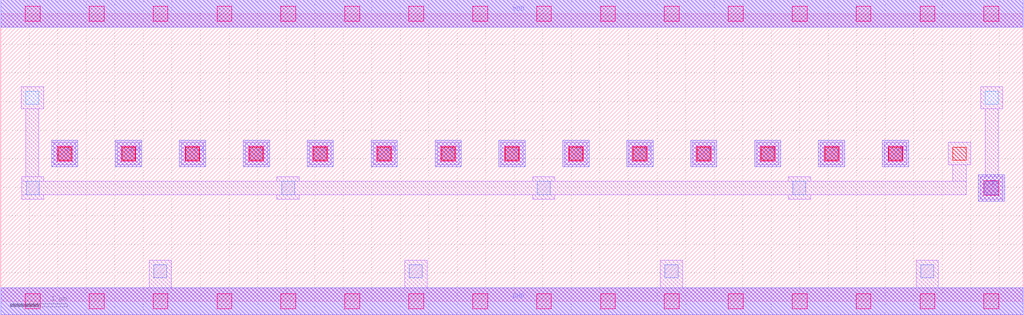
<source format=lef>
MACRO MUX7
 CLASS CORE ;
 FOREIGN MUX7 0 0 ;
 SIZE 17.92 BY 5.04 ;
 ORIGIN 0 0 ;
 SYMMETRY X Y R90 ;
 SITE unit ;
  PIN VDD
   DIRECTION INOUT ;
   USE POWER ;
   SHAPE ABUTMENT ;
    PORT
     CLASS CORE ;
       LAYER met1 ;
        RECT 0.00000000 4.80000000 17.92000000 5.28000000 ;
       LAYER met2 ;
        RECT 0.00000000 4.80000000 17.92000000 5.28000000 ;
    END
  END VDD

  PIN GND
   DIRECTION INOUT ;
   USE POWER ;
   SHAPE ABUTMENT ;
    PORT
     CLASS CORE ;
       LAYER met1 ;
        RECT 0.00000000 -0.24000000 17.92000000 0.24000000 ;
       LAYER met2 ;
        RECT 0.00000000 -0.24000000 17.92000000 0.24000000 ;
    END
  END GND

  PIN Z
   DIRECTION INOUT ;
   USE SIGNAL ;
   SHAPE ABUTMENT ;
    PORT
     CLASS CORE ;
       LAYER met2 ;
        RECT 17.13000000 1.75500000 17.59000000 2.21500000 ;
    END
  END Z

  PIN IN1
   DIRECTION INOUT ;
   USE SIGNAL ;
   SHAPE ABUTMENT ;
    PORT
     CLASS CORE ;
       LAYER met2 ;
        RECT 15.45000000 2.35700000 15.91000000 2.81700000 ;
    END
  END IN1

  PIN S5
   DIRECTION INOUT ;
   USE SIGNAL ;
   SHAPE ABUTMENT ;
    PORT
     CLASS CORE ;
       LAYER met2 ;
        RECT 9.85000000 2.35700000 10.31000000 2.81700000 ;
    END
  END S5

  PIN IN2
   DIRECTION INOUT ;
   USE SIGNAL ;
   SHAPE ABUTMENT ;
    PORT
     CLASS CORE ;
       LAYER met2 ;
        RECT 3.13000000 2.35700000 3.59000000 2.81700000 ;
    END
  END IN2

  PIN S4
   DIRECTION INOUT ;
   USE SIGNAL ;
   SHAPE ABUTMENT ;
    PORT
     CLASS CORE ;
       LAYER met2 ;
        RECT 13.21000000 2.35700000 13.67000000 2.81700000 ;
    END
  END S4

  PIN S2
   DIRECTION INOUT ;
   USE SIGNAL ;
   SHAPE ABUTMENT ;
    PORT
     CLASS CORE ;
       LAYER met2 ;
        RECT 4.25000000 2.35700000 4.71000000 2.81700000 ;
    END
  END S2

  PIN IN5
   DIRECTION INOUT ;
   USE SIGNAL ;
   SHAPE ABUTMENT ;
    PORT
     CLASS CORE ;
       LAYER met2 ;
        RECT 10.97000000 2.35700000 11.43000000 2.81700000 ;
    END
  END IN5

  PIN S6
   DIRECTION INOUT ;
   USE SIGNAL ;
   SHAPE ABUTMENT ;
    PORT
     CLASS CORE ;
       LAYER met2 ;
        RECT 5.37000000 2.35700000 5.83000000 2.81700000 ;
    END
  END S6

  PIN IN6
   DIRECTION INOUT ;
   USE SIGNAL ;
   SHAPE ABUTMENT ;
    PORT
     CLASS CORE ;
       LAYER met2 ;
        RECT 6.49000000 2.35700000 6.95000000 2.81700000 ;
    END
  END IN6

  PIN S3
   DIRECTION INOUT ;
   USE SIGNAL ;
   SHAPE ABUTMENT ;
    PORT
     CLASS CORE ;
       LAYER met2 ;
        RECT 8.73000000 2.35700000 9.19000000 2.81700000 ;
    END
  END S3

  PIN S0
   DIRECTION INOUT ;
   USE SIGNAL ;
   SHAPE ABUTMENT ;
    PORT
     CLASS CORE ;
       LAYER met2 ;
        RECT 0.89000000 2.35700000 1.35000000 2.81700000 ;
    END
  END S0

  PIN IN4
   DIRECTION INOUT ;
   USE SIGNAL ;
   SHAPE ABUTMENT ;
    PORT
     CLASS CORE ;
       LAYER met2 ;
        RECT 12.09000000 2.35700000 12.55000000 2.81700000 ;
    END
  END IN4

  PIN S1
   DIRECTION INOUT ;
   USE SIGNAL ;
   SHAPE ABUTMENT ;
    PORT
     CLASS CORE ;
       LAYER met2 ;
        RECT 14.33000000 2.35700000 14.79000000 2.81700000 ;
    END
  END S1

  PIN IN3
   DIRECTION INOUT ;
   USE SIGNAL ;
   SHAPE ABUTMENT ;
    PORT
     CLASS CORE ;
       LAYER met2 ;
        RECT 7.61000000 2.35700000 8.07000000 2.81700000 ;
    END
  END IN3

  PIN IN0
   DIRECTION INOUT ;
   USE SIGNAL ;
   SHAPE ABUTMENT ;
    PORT
     CLASS CORE ;
       LAYER met2 ;
        RECT 2.01000000 2.35700000 2.47000000 2.81700000 ;
    END
  END IN0

 OBS
    LAYER polycont ;
     RECT 1.00500000 2.47200000 1.23500000 2.70200000 ;
     RECT 2.12500000 2.47200000 2.35500000 2.70200000 ;
     RECT 3.24500000 2.47200000 3.47500000 2.70200000 ;
     RECT 4.36500000 2.47200000 4.59500000 2.70200000 ;
     RECT 5.48500000 2.47200000 5.71500000 2.70200000 ;
     RECT 6.60500000 2.47200000 6.83500000 2.70200000 ;
     RECT 7.72500000 2.47200000 7.95500000 2.70200000 ;
     RECT 8.84500000 2.47200000 9.07500000 2.70200000 ;
     RECT 9.96500000 2.47200000 10.19500000 2.70200000 ;
     RECT 11.08500000 2.47200000 11.31500000 2.70200000 ;
     RECT 12.20500000 2.47200000 12.43500000 2.70200000 ;
     RECT 13.32500000 2.47200000 13.55500000 2.70200000 ;
     RECT 14.44500000 2.47200000 14.67500000 2.70200000 ;
     RECT 15.56500000 2.47200000 15.79500000 2.70200000 ;
     RECT 16.68500000 2.47200000 16.91500000 2.70200000 ;

    LAYER pdiffc ;
     RECT 0.44000000 3.45000000 0.67000000 3.68000000 ;
     RECT 17.25000000 3.45000000 17.48000000 3.68000000 ;

    LAYER ndiffc ;
     RECT 2.68000000 0.41000000 2.91000000 0.64000000 ;
     RECT 7.16000000 0.41000000 7.39000000 0.64000000 ;
     RECT 11.64000000 0.41000000 11.87000000 0.64000000 ;
     RECT 16.12000000 0.41000000 16.35000000 0.64000000 ;
     RECT 0.44500000 1.87000000 0.67500000 2.10000000 ;
     RECT 4.92000000 1.87000000 5.15000000 2.10000000 ;
     RECT 9.40000000 1.87000000 9.63000000 2.10000000 ;
     RECT 13.88000000 1.87000000 14.11000000 2.10000000 ;
     RECT 17.24500000 1.87000000 17.47500000 2.10000000 ;

    LAYER met1 ;
     RECT 0.00000000 -0.24000000 17.92000000 0.24000000 ;
     RECT 2.60000000 0.24000000 2.99000000 0.72000000 ;
     RECT 7.08000000 0.24000000 7.47000000 0.72000000 ;
     RECT 11.56000000 0.24000000 11.95000000 0.72000000 ;
     RECT 16.04000000 0.24000000 16.43000000 0.72000000 ;
     RECT 0.92500000 2.39200000 1.31500000 2.78200000 ;
     RECT 2.04500000 2.39200000 2.43500000 2.78200000 ;
     RECT 3.16500000 2.39200000 3.55500000 2.78200000 ;
     RECT 4.28500000 2.39200000 4.67500000 2.78200000 ;
     RECT 5.40500000 2.39200000 5.79500000 2.78200000 ;
     RECT 6.52500000 2.39200000 6.91500000 2.78200000 ;
     RECT 7.64500000 2.39200000 8.03500000 2.78200000 ;
     RECT 8.76500000 2.39200000 9.15500000 2.78200000 ;
     RECT 9.88500000 2.39200000 10.27500000 2.78200000 ;
     RECT 11.00500000 2.39200000 11.39500000 2.78200000 ;
     RECT 12.12500000 2.39200000 12.51500000 2.78200000 ;
     RECT 13.24500000 2.39200000 13.63500000 2.78200000 ;
     RECT 14.36500000 2.39200000 14.75500000 2.78200000 ;
     RECT 15.48500000 2.39200000 15.87500000 2.78200000 ;
     RECT 0.36500000 1.79000000 0.75500000 1.87000000 ;
     RECT 4.84000000 1.79000000 5.23000000 1.87000000 ;
     RECT 9.32000000 1.79000000 9.71000000 1.87000000 ;
     RECT 13.80000000 1.79000000 14.19000000 1.87000000 ;
     RECT 0.36500000 1.87000000 16.91500000 2.10000000 ;
     RECT 0.36500000 2.10000000 0.75500000 2.18000000 ;
     RECT 4.84000000 2.10000000 5.23000000 2.18000000 ;
     RECT 9.32000000 2.10000000 9.71000000 2.18000000 ;
     RECT 13.80000000 2.10000000 14.19000000 2.18000000 ;
     RECT 16.68500000 2.10000000 16.91500000 2.39200000 ;
     RECT 16.60500000 2.39200000 16.99500000 2.78200000 ;
     RECT 0.44000000 2.18000000 0.67000000 3.37000000 ;
     RECT 0.36000000 3.37000000 0.75000000 3.76000000 ;
     RECT 17.16500000 1.79000000 17.55500000 2.18000000 ;
     RECT 17.25000000 2.18000000 17.48000000 3.37000000 ;
     RECT 17.17000000 3.37000000 17.56000000 3.76000000 ;
     RECT 0.00000000 4.80000000 17.92000000 5.28000000 ;

    LAYER via1 ;
     RECT 0.43000000 -0.13000000 0.69000000 0.13000000 ;
     RECT 1.55000000 -0.13000000 1.81000000 0.13000000 ;
     RECT 2.67000000 -0.13000000 2.93000000 0.13000000 ;
     RECT 3.79000000 -0.13000000 4.05000000 0.13000000 ;
     RECT 4.91000000 -0.13000000 5.17000000 0.13000000 ;
     RECT 6.03000000 -0.13000000 6.29000000 0.13000000 ;
     RECT 7.15000000 -0.13000000 7.41000000 0.13000000 ;
     RECT 8.27000000 -0.13000000 8.53000000 0.13000000 ;
     RECT 9.39000000 -0.13000000 9.65000000 0.13000000 ;
     RECT 10.51000000 -0.13000000 10.77000000 0.13000000 ;
     RECT 11.63000000 -0.13000000 11.89000000 0.13000000 ;
     RECT 12.75000000 -0.13000000 13.01000000 0.13000000 ;
     RECT 13.87000000 -0.13000000 14.13000000 0.13000000 ;
     RECT 14.99000000 -0.13000000 15.25000000 0.13000000 ;
     RECT 16.11000000 -0.13000000 16.37000000 0.13000000 ;
     RECT 17.23000000 -0.13000000 17.49000000 0.13000000 ;
     RECT 17.23000000 1.85500000 17.49000000 2.11500000 ;
     RECT 0.99000000 2.45700000 1.25000000 2.71700000 ;
     RECT 2.11000000 2.45700000 2.37000000 2.71700000 ;
     RECT 3.23000000 2.45700000 3.49000000 2.71700000 ;
     RECT 4.35000000 2.45700000 4.61000000 2.71700000 ;
     RECT 5.47000000 2.45700000 5.73000000 2.71700000 ;
     RECT 6.59000000 2.45700000 6.85000000 2.71700000 ;
     RECT 7.71000000 2.45700000 7.97000000 2.71700000 ;
     RECT 8.83000000 2.45700000 9.09000000 2.71700000 ;
     RECT 9.95000000 2.45700000 10.21000000 2.71700000 ;
     RECT 11.07000000 2.45700000 11.33000000 2.71700000 ;
     RECT 12.19000000 2.45700000 12.45000000 2.71700000 ;
     RECT 13.31000000 2.45700000 13.57000000 2.71700000 ;
     RECT 14.43000000 2.45700000 14.69000000 2.71700000 ;
     RECT 15.55000000 2.45700000 15.81000000 2.71700000 ;
     RECT 0.43000000 4.91000000 0.69000000 5.17000000 ;
     RECT 1.55000000 4.91000000 1.81000000 5.17000000 ;
     RECT 2.67000000 4.91000000 2.93000000 5.17000000 ;
     RECT 3.79000000 4.91000000 4.05000000 5.17000000 ;
     RECT 4.91000000 4.91000000 5.17000000 5.17000000 ;
     RECT 6.03000000 4.91000000 6.29000000 5.17000000 ;
     RECT 7.15000000 4.91000000 7.41000000 5.17000000 ;
     RECT 8.27000000 4.91000000 8.53000000 5.17000000 ;
     RECT 9.39000000 4.91000000 9.65000000 5.17000000 ;
     RECT 10.51000000 4.91000000 10.77000000 5.17000000 ;
     RECT 11.63000000 4.91000000 11.89000000 5.17000000 ;
     RECT 12.75000000 4.91000000 13.01000000 5.17000000 ;
     RECT 13.87000000 4.91000000 14.13000000 5.17000000 ;
     RECT 14.99000000 4.91000000 15.25000000 5.17000000 ;
     RECT 16.11000000 4.91000000 16.37000000 5.17000000 ;
     RECT 17.23000000 4.91000000 17.49000000 5.17000000 ;

    LAYER met2 ;
     RECT 0.00000000 -0.24000000 17.92000000 0.24000000 ;
     RECT 17.13000000 1.75500000 17.59000000 2.21500000 ;
     RECT 0.89000000 2.35700000 1.35000000 2.81700000 ;
     RECT 2.01000000 2.35700000 2.47000000 2.81700000 ;
     RECT 3.13000000 2.35700000 3.59000000 2.81700000 ;
     RECT 4.25000000 2.35700000 4.71000000 2.81700000 ;
     RECT 5.37000000 2.35700000 5.83000000 2.81700000 ;
     RECT 6.49000000 2.35700000 6.95000000 2.81700000 ;
     RECT 7.61000000 2.35700000 8.07000000 2.81700000 ;
     RECT 8.73000000 2.35700000 9.19000000 2.81700000 ;
     RECT 9.85000000 2.35700000 10.31000000 2.81700000 ;
     RECT 10.97000000 2.35700000 11.43000000 2.81700000 ;
     RECT 12.09000000 2.35700000 12.55000000 2.81700000 ;
     RECT 13.21000000 2.35700000 13.67000000 2.81700000 ;
     RECT 14.33000000 2.35700000 14.79000000 2.81700000 ;
     RECT 15.45000000 2.35700000 15.91000000 2.81700000 ;
     RECT 0.00000000 4.80000000 17.92000000 5.28000000 ;

 END
END MUX7

</source>
